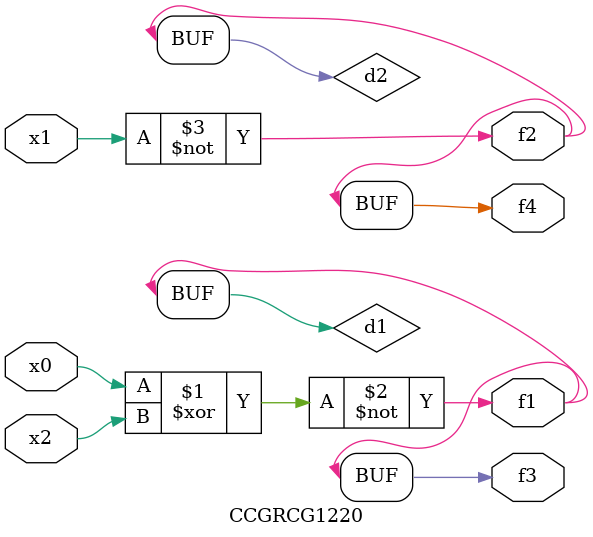
<source format=v>
module CCGRCG1220(
	input x0, x1, x2,
	output f1, f2, f3, f4
);

	wire d1, d2, d3;

	xnor (d1, x0, x2);
	nand (d2, x1);
	nor (d3, x1, x2);
	assign f1 = d1;
	assign f2 = d2;
	assign f3 = d1;
	assign f4 = d2;
endmodule

</source>
